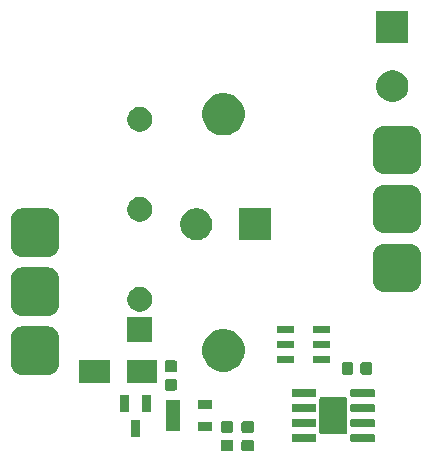
<source format=gbr>
G04 #@! TF.GenerationSoftware,KiCad,Pcbnew,5.1.4*
G04 #@! TF.CreationDate,2019-10-30T11:02:10-04:00*
G04 #@! TF.ProjectId,siot-node-relay,73696f74-2d6e-46f6-9465-2d72656c6179,rev?*
G04 #@! TF.SameCoordinates,Original*
G04 #@! TF.FileFunction,Soldermask,Top*
G04 #@! TF.FilePolarity,Negative*
%FSLAX46Y46*%
G04 Gerber Fmt 4.6, Leading zero omitted, Abs format (unit mm)*
G04 Created by KiCad (PCBNEW 5.1.4) date 2019-10-30 11:02:10*
%MOMM*%
%LPD*%
G04 APERTURE LIST*
%ADD10C,0.100000*%
G04 APERTURE END LIST*
D10*
G36*
X182879591Y-113053085D02*
G01*
X182913569Y-113063393D01*
X182944890Y-113080134D01*
X182972339Y-113102661D01*
X182994866Y-113130110D01*
X183011607Y-113161431D01*
X183021915Y-113195409D01*
X183026000Y-113236890D01*
X183026000Y-113838110D01*
X183021915Y-113879591D01*
X183011607Y-113913569D01*
X182994866Y-113944890D01*
X182972339Y-113972339D01*
X182944890Y-113994866D01*
X182913569Y-114011607D01*
X182879591Y-114021915D01*
X182838110Y-114026000D01*
X182161890Y-114026000D01*
X182120409Y-114021915D01*
X182086431Y-114011607D01*
X182055110Y-113994866D01*
X182027661Y-113972339D01*
X182005134Y-113944890D01*
X181988393Y-113913569D01*
X181978085Y-113879591D01*
X181974000Y-113838110D01*
X181974000Y-113236890D01*
X181978085Y-113195409D01*
X181988393Y-113161431D01*
X182005134Y-113130110D01*
X182027661Y-113102661D01*
X182055110Y-113080134D01*
X182086431Y-113063393D01*
X182120409Y-113053085D01*
X182161890Y-113049000D01*
X182838110Y-113049000D01*
X182879591Y-113053085D01*
X182879591Y-113053085D01*
G37*
G36*
X181129591Y-113053085D02*
G01*
X181163569Y-113063393D01*
X181194890Y-113080134D01*
X181222339Y-113102661D01*
X181244866Y-113130110D01*
X181261607Y-113161431D01*
X181271915Y-113195409D01*
X181276000Y-113236890D01*
X181276000Y-113838110D01*
X181271915Y-113879591D01*
X181261607Y-113913569D01*
X181244866Y-113944890D01*
X181222339Y-113972339D01*
X181194890Y-113994866D01*
X181163569Y-114011607D01*
X181129591Y-114021915D01*
X181088110Y-114026000D01*
X180411890Y-114026000D01*
X180370409Y-114021915D01*
X180336431Y-114011607D01*
X180305110Y-113994866D01*
X180277661Y-113972339D01*
X180255134Y-113944890D01*
X180238393Y-113913569D01*
X180228085Y-113879591D01*
X180224000Y-113838110D01*
X180224000Y-113236890D01*
X180228085Y-113195409D01*
X180238393Y-113161431D01*
X180255134Y-113130110D01*
X180277661Y-113102661D01*
X180305110Y-113080134D01*
X180336431Y-113063393D01*
X180370409Y-113053085D01*
X180411890Y-113049000D01*
X181088110Y-113049000D01*
X181129591Y-113053085D01*
X181129591Y-113053085D01*
G37*
G36*
X188209928Y-112556764D02*
G01*
X188231009Y-112563160D01*
X188250445Y-112573548D01*
X188267476Y-112587524D01*
X188281452Y-112604555D01*
X188291840Y-112623991D01*
X188298236Y-112645072D01*
X188301000Y-112673140D01*
X188301000Y-113136860D01*
X188298236Y-113164928D01*
X188291840Y-113186009D01*
X188281452Y-113205445D01*
X188267476Y-113222476D01*
X188250445Y-113236452D01*
X188231009Y-113246840D01*
X188209928Y-113253236D01*
X188181860Y-113256000D01*
X186368140Y-113256000D01*
X186340072Y-113253236D01*
X186318991Y-113246840D01*
X186299555Y-113236452D01*
X186282524Y-113222476D01*
X186268548Y-113205445D01*
X186258160Y-113186009D01*
X186251764Y-113164928D01*
X186249000Y-113136860D01*
X186249000Y-112673140D01*
X186251764Y-112645072D01*
X186258160Y-112623991D01*
X186268548Y-112604555D01*
X186282524Y-112587524D01*
X186299555Y-112573548D01*
X186318991Y-112563160D01*
X186340072Y-112556764D01*
X186368140Y-112554000D01*
X188181860Y-112554000D01*
X188209928Y-112556764D01*
X188209928Y-112556764D01*
G37*
G36*
X193159928Y-112556764D02*
G01*
X193181009Y-112563160D01*
X193200445Y-112573548D01*
X193217476Y-112587524D01*
X193231452Y-112604555D01*
X193241840Y-112623991D01*
X193248236Y-112645072D01*
X193251000Y-112673140D01*
X193251000Y-113136860D01*
X193248236Y-113164928D01*
X193241840Y-113186009D01*
X193231452Y-113205445D01*
X193217476Y-113222476D01*
X193200445Y-113236452D01*
X193181009Y-113246840D01*
X193159928Y-113253236D01*
X193131860Y-113256000D01*
X191318140Y-113256000D01*
X191290072Y-113253236D01*
X191268991Y-113246840D01*
X191249555Y-113236452D01*
X191232524Y-113222476D01*
X191218548Y-113205445D01*
X191208160Y-113186009D01*
X191201764Y-113164928D01*
X191199000Y-113136860D01*
X191199000Y-112673140D01*
X191201764Y-112645072D01*
X191208160Y-112623991D01*
X191218548Y-112604555D01*
X191232524Y-112587524D01*
X191249555Y-112573548D01*
X191268991Y-112563160D01*
X191290072Y-112556764D01*
X191318140Y-112554000D01*
X193131860Y-112554000D01*
X193159928Y-112556764D01*
X193159928Y-112556764D01*
G37*
G36*
X173370000Y-112770000D02*
G01*
X172630000Y-112770000D01*
X172630000Y-111330000D01*
X173370000Y-111330000D01*
X173370000Y-112770000D01*
X173370000Y-112770000D01*
G37*
G36*
X190814336Y-109452733D02*
G01*
X190844883Y-109461999D01*
X190873033Y-109477046D01*
X190897706Y-109497294D01*
X190917954Y-109521967D01*
X190933001Y-109550117D01*
X190942267Y-109580664D01*
X190946000Y-109618567D01*
X190946000Y-112381433D01*
X190942267Y-112419336D01*
X190933001Y-112449883D01*
X190917954Y-112478033D01*
X190897706Y-112502706D01*
X190873033Y-112522954D01*
X190844883Y-112538001D01*
X190814336Y-112547267D01*
X190776433Y-112551000D01*
X188723567Y-112551000D01*
X188685664Y-112547267D01*
X188655117Y-112538001D01*
X188626967Y-112522954D01*
X188602294Y-112502706D01*
X188582046Y-112478033D01*
X188566999Y-112449883D01*
X188557733Y-112419336D01*
X188554000Y-112381433D01*
X188554000Y-109618567D01*
X188557733Y-109580664D01*
X188566999Y-109550117D01*
X188582046Y-109521967D01*
X188602294Y-109497294D01*
X188626967Y-109477046D01*
X188655117Y-109461999D01*
X188685664Y-109452733D01*
X188723567Y-109449000D01*
X190776433Y-109449000D01*
X190814336Y-109452733D01*
X190814336Y-109452733D01*
G37*
G36*
X182879591Y-111478085D02*
G01*
X182913569Y-111488393D01*
X182944890Y-111505134D01*
X182972339Y-111527661D01*
X182994866Y-111555110D01*
X183011607Y-111586431D01*
X183021915Y-111620409D01*
X183026000Y-111661890D01*
X183026000Y-112263110D01*
X183021915Y-112304591D01*
X183011607Y-112338569D01*
X182994866Y-112369890D01*
X182972339Y-112397339D01*
X182944890Y-112419866D01*
X182913569Y-112436607D01*
X182879591Y-112446915D01*
X182838110Y-112451000D01*
X182161890Y-112451000D01*
X182120409Y-112446915D01*
X182086431Y-112436607D01*
X182055110Y-112419866D01*
X182027661Y-112397339D01*
X182005134Y-112369890D01*
X181988393Y-112338569D01*
X181978085Y-112304591D01*
X181974000Y-112263110D01*
X181974000Y-111661890D01*
X181978085Y-111620409D01*
X181988393Y-111586431D01*
X182005134Y-111555110D01*
X182027661Y-111527661D01*
X182055110Y-111505134D01*
X182086431Y-111488393D01*
X182120409Y-111478085D01*
X182161890Y-111474000D01*
X182838110Y-111474000D01*
X182879591Y-111478085D01*
X182879591Y-111478085D01*
G37*
G36*
X181129591Y-111478085D02*
G01*
X181163569Y-111488393D01*
X181194890Y-111505134D01*
X181222339Y-111527661D01*
X181244866Y-111555110D01*
X181261607Y-111586431D01*
X181271915Y-111620409D01*
X181276000Y-111661890D01*
X181276000Y-112263110D01*
X181271915Y-112304591D01*
X181261607Y-112338569D01*
X181244866Y-112369890D01*
X181222339Y-112397339D01*
X181194890Y-112419866D01*
X181163569Y-112436607D01*
X181129591Y-112446915D01*
X181088110Y-112451000D01*
X180411890Y-112451000D01*
X180370409Y-112446915D01*
X180336431Y-112436607D01*
X180305110Y-112419866D01*
X180277661Y-112397339D01*
X180255134Y-112369890D01*
X180238393Y-112338569D01*
X180228085Y-112304591D01*
X180224000Y-112263110D01*
X180224000Y-111661890D01*
X180228085Y-111620409D01*
X180238393Y-111586431D01*
X180255134Y-111555110D01*
X180277661Y-111527661D01*
X180305110Y-111505134D01*
X180336431Y-111488393D01*
X180370409Y-111478085D01*
X180411890Y-111474000D01*
X181088110Y-111474000D01*
X181129591Y-111478085D01*
X181129591Y-111478085D01*
G37*
G36*
X179445000Y-112320000D02*
G01*
X178255000Y-112320000D01*
X178255000Y-111580000D01*
X179445000Y-111580000D01*
X179445000Y-112320000D01*
X179445000Y-112320000D01*
G37*
G36*
X176745000Y-112320000D02*
G01*
X175555000Y-112320000D01*
X175555000Y-109680000D01*
X176745000Y-109680000D01*
X176745000Y-112320000D01*
X176745000Y-112320000D01*
G37*
G36*
X193159928Y-111286764D02*
G01*
X193181009Y-111293160D01*
X193200445Y-111303548D01*
X193217476Y-111317524D01*
X193231452Y-111334555D01*
X193241840Y-111353991D01*
X193248236Y-111375072D01*
X193251000Y-111403140D01*
X193251000Y-111866860D01*
X193248236Y-111894928D01*
X193241840Y-111916009D01*
X193231452Y-111935445D01*
X193217476Y-111952476D01*
X193200445Y-111966452D01*
X193181009Y-111976840D01*
X193159928Y-111983236D01*
X193131860Y-111986000D01*
X191318140Y-111986000D01*
X191290072Y-111983236D01*
X191268991Y-111976840D01*
X191249555Y-111966452D01*
X191232524Y-111952476D01*
X191218548Y-111935445D01*
X191208160Y-111916009D01*
X191201764Y-111894928D01*
X191199000Y-111866860D01*
X191199000Y-111403140D01*
X191201764Y-111375072D01*
X191208160Y-111353991D01*
X191218548Y-111334555D01*
X191232524Y-111317524D01*
X191249555Y-111303548D01*
X191268991Y-111293160D01*
X191290072Y-111286764D01*
X191318140Y-111284000D01*
X193131860Y-111284000D01*
X193159928Y-111286764D01*
X193159928Y-111286764D01*
G37*
G36*
X188209928Y-111286764D02*
G01*
X188231009Y-111293160D01*
X188250445Y-111303548D01*
X188267476Y-111317524D01*
X188281452Y-111334555D01*
X188291840Y-111353991D01*
X188298236Y-111375072D01*
X188301000Y-111403140D01*
X188301000Y-111866860D01*
X188298236Y-111894928D01*
X188291840Y-111916009D01*
X188281452Y-111935445D01*
X188267476Y-111952476D01*
X188250445Y-111966452D01*
X188231009Y-111976840D01*
X188209928Y-111983236D01*
X188181860Y-111986000D01*
X186368140Y-111986000D01*
X186340072Y-111983236D01*
X186318991Y-111976840D01*
X186299555Y-111966452D01*
X186282524Y-111952476D01*
X186268548Y-111935445D01*
X186258160Y-111916009D01*
X186251764Y-111894928D01*
X186249000Y-111866860D01*
X186249000Y-111403140D01*
X186251764Y-111375072D01*
X186258160Y-111353991D01*
X186268548Y-111334555D01*
X186282524Y-111317524D01*
X186299555Y-111303548D01*
X186318991Y-111293160D01*
X186340072Y-111286764D01*
X186368140Y-111284000D01*
X188181860Y-111284000D01*
X188209928Y-111286764D01*
X188209928Y-111286764D01*
G37*
G36*
X193159928Y-110016764D02*
G01*
X193181009Y-110023160D01*
X193200445Y-110033548D01*
X193217476Y-110047524D01*
X193231452Y-110064555D01*
X193241840Y-110083991D01*
X193248236Y-110105072D01*
X193251000Y-110133140D01*
X193251000Y-110596860D01*
X193248236Y-110624928D01*
X193241840Y-110646009D01*
X193231452Y-110665445D01*
X193217476Y-110682476D01*
X193200445Y-110696452D01*
X193181009Y-110706840D01*
X193159928Y-110713236D01*
X193131860Y-110716000D01*
X191318140Y-110716000D01*
X191290072Y-110713236D01*
X191268991Y-110706840D01*
X191249555Y-110696452D01*
X191232524Y-110682476D01*
X191218548Y-110665445D01*
X191208160Y-110646009D01*
X191201764Y-110624928D01*
X191199000Y-110596860D01*
X191199000Y-110133140D01*
X191201764Y-110105072D01*
X191208160Y-110083991D01*
X191218548Y-110064555D01*
X191232524Y-110047524D01*
X191249555Y-110033548D01*
X191268991Y-110023160D01*
X191290072Y-110016764D01*
X191318140Y-110014000D01*
X193131860Y-110014000D01*
X193159928Y-110016764D01*
X193159928Y-110016764D01*
G37*
G36*
X188209928Y-110016764D02*
G01*
X188231009Y-110023160D01*
X188250445Y-110033548D01*
X188267476Y-110047524D01*
X188281452Y-110064555D01*
X188291840Y-110083991D01*
X188298236Y-110105072D01*
X188301000Y-110133140D01*
X188301000Y-110596860D01*
X188298236Y-110624928D01*
X188291840Y-110646009D01*
X188281452Y-110665445D01*
X188267476Y-110682476D01*
X188250445Y-110696452D01*
X188231009Y-110706840D01*
X188209928Y-110713236D01*
X188181860Y-110716000D01*
X186368140Y-110716000D01*
X186340072Y-110713236D01*
X186318991Y-110706840D01*
X186299555Y-110696452D01*
X186282524Y-110682476D01*
X186268548Y-110665445D01*
X186258160Y-110646009D01*
X186251764Y-110624928D01*
X186249000Y-110596860D01*
X186249000Y-110133140D01*
X186251764Y-110105072D01*
X186258160Y-110083991D01*
X186268548Y-110064555D01*
X186282524Y-110047524D01*
X186299555Y-110033548D01*
X186318991Y-110023160D01*
X186340072Y-110016764D01*
X186368140Y-110014000D01*
X188181860Y-110014000D01*
X188209928Y-110016764D01*
X188209928Y-110016764D01*
G37*
G36*
X172420000Y-110670000D02*
G01*
X171680000Y-110670000D01*
X171680000Y-109230000D01*
X172420000Y-109230000D01*
X172420000Y-110670000D01*
X172420000Y-110670000D01*
G37*
G36*
X174320000Y-110670000D02*
G01*
X173580000Y-110670000D01*
X173580000Y-109230000D01*
X174320000Y-109230000D01*
X174320000Y-110670000D01*
X174320000Y-110670000D01*
G37*
G36*
X179445000Y-110420000D02*
G01*
X178255000Y-110420000D01*
X178255000Y-109680000D01*
X179445000Y-109680000D01*
X179445000Y-110420000D01*
X179445000Y-110420000D01*
G37*
G36*
X188209928Y-108746764D02*
G01*
X188231009Y-108753160D01*
X188250445Y-108763548D01*
X188267476Y-108777524D01*
X188281452Y-108794555D01*
X188291840Y-108813991D01*
X188298236Y-108835072D01*
X188301000Y-108863140D01*
X188301000Y-109326860D01*
X188298236Y-109354928D01*
X188291840Y-109376009D01*
X188281452Y-109395445D01*
X188267476Y-109412476D01*
X188250445Y-109426452D01*
X188231009Y-109436840D01*
X188209928Y-109443236D01*
X188181860Y-109446000D01*
X186368140Y-109446000D01*
X186340072Y-109443236D01*
X186318991Y-109436840D01*
X186299555Y-109426452D01*
X186282524Y-109412476D01*
X186268548Y-109395445D01*
X186258160Y-109376009D01*
X186251764Y-109354928D01*
X186249000Y-109326860D01*
X186249000Y-108863140D01*
X186251764Y-108835072D01*
X186258160Y-108813991D01*
X186268548Y-108794555D01*
X186282524Y-108777524D01*
X186299555Y-108763548D01*
X186318991Y-108753160D01*
X186340072Y-108746764D01*
X186368140Y-108744000D01*
X188181860Y-108744000D01*
X188209928Y-108746764D01*
X188209928Y-108746764D01*
G37*
G36*
X193159928Y-108746764D02*
G01*
X193181009Y-108753160D01*
X193200445Y-108763548D01*
X193217476Y-108777524D01*
X193231452Y-108794555D01*
X193241840Y-108813991D01*
X193248236Y-108835072D01*
X193251000Y-108863140D01*
X193251000Y-109326860D01*
X193248236Y-109354928D01*
X193241840Y-109376009D01*
X193231452Y-109395445D01*
X193217476Y-109412476D01*
X193200445Y-109426452D01*
X193181009Y-109436840D01*
X193159928Y-109443236D01*
X193131860Y-109446000D01*
X191318140Y-109446000D01*
X191290072Y-109443236D01*
X191268991Y-109436840D01*
X191249555Y-109426452D01*
X191232524Y-109412476D01*
X191218548Y-109395445D01*
X191208160Y-109376009D01*
X191201764Y-109354928D01*
X191199000Y-109326860D01*
X191199000Y-108863140D01*
X191201764Y-108835072D01*
X191208160Y-108813991D01*
X191218548Y-108794555D01*
X191232524Y-108777524D01*
X191249555Y-108763548D01*
X191268991Y-108753160D01*
X191290072Y-108746764D01*
X191318140Y-108744000D01*
X193131860Y-108744000D01*
X193159928Y-108746764D01*
X193159928Y-108746764D01*
G37*
G36*
X176379591Y-107903085D02*
G01*
X176413569Y-107913393D01*
X176444890Y-107930134D01*
X176472339Y-107952661D01*
X176494866Y-107980110D01*
X176511607Y-108011431D01*
X176521915Y-108045409D01*
X176526000Y-108086890D01*
X176526000Y-108688110D01*
X176521915Y-108729591D01*
X176511607Y-108763569D01*
X176494866Y-108794890D01*
X176472339Y-108822339D01*
X176444890Y-108844866D01*
X176413569Y-108861607D01*
X176379591Y-108871915D01*
X176338110Y-108876000D01*
X175661890Y-108876000D01*
X175620409Y-108871915D01*
X175586431Y-108861607D01*
X175555110Y-108844866D01*
X175527661Y-108822339D01*
X175505134Y-108794890D01*
X175488393Y-108763569D01*
X175478085Y-108729591D01*
X175474000Y-108688110D01*
X175474000Y-108086890D01*
X175478085Y-108045409D01*
X175488393Y-108011431D01*
X175505134Y-107980110D01*
X175527661Y-107952661D01*
X175555110Y-107930134D01*
X175586431Y-107913393D01*
X175620409Y-107903085D01*
X175661890Y-107899000D01*
X176338110Y-107899000D01*
X176379591Y-107903085D01*
X176379591Y-107903085D01*
G37*
G36*
X174851000Y-108201000D02*
G01*
X172249000Y-108201000D01*
X172249000Y-106299000D01*
X174851000Y-106299000D01*
X174851000Y-108201000D01*
X174851000Y-108201000D01*
G37*
G36*
X170851000Y-108201000D02*
G01*
X168249000Y-108201000D01*
X168249000Y-106299000D01*
X170851000Y-106299000D01*
X170851000Y-108201000D01*
X170851000Y-108201000D01*
G37*
G36*
X165775752Y-103468097D02*
G01*
X165956295Y-103522864D01*
X166122677Y-103611797D01*
X166268516Y-103731484D01*
X166388203Y-103877323D01*
X166477136Y-104043705D01*
X166531903Y-104224248D01*
X166551000Y-104418140D01*
X166551000Y-106581860D01*
X166531903Y-106775752D01*
X166477136Y-106956295D01*
X166388203Y-107122677D01*
X166268516Y-107268516D01*
X166122677Y-107388203D01*
X165956295Y-107477136D01*
X165775752Y-107531903D01*
X165581860Y-107551000D01*
X163418140Y-107551000D01*
X163224248Y-107531903D01*
X163043705Y-107477136D01*
X162877323Y-107388203D01*
X162731484Y-107268516D01*
X162611797Y-107122677D01*
X162522864Y-106956295D01*
X162468097Y-106775752D01*
X162449000Y-106581860D01*
X162449000Y-104418140D01*
X162468097Y-104224248D01*
X162522864Y-104043705D01*
X162611797Y-103877323D01*
X162731484Y-103731484D01*
X162877323Y-103611797D01*
X163043705Y-103522864D01*
X163224248Y-103468097D01*
X163418140Y-103449000D01*
X165581860Y-103449000D01*
X165775752Y-103468097D01*
X165775752Y-103468097D01*
G37*
G36*
X191304591Y-106478085D02*
G01*
X191338569Y-106488393D01*
X191369890Y-106505134D01*
X191397339Y-106527661D01*
X191419866Y-106555110D01*
X191436607Y-106586431D01*
X191446915Y-106620409D01*
X191451000Y-106661890D01*
X191451000Y-107338110D01*
X191446915Y-107379591D01*
X191436607Y-107413569D01*
X191419866Y-107444890D01*
X191397339Y-107472339D01*
X191369890Y-107494866D01*
X191338569Y-107511607D01*
X191304591Y-107521915D01*
X191263110Y-107526000D01*
X190661890Y-107526000D01*
X190620409Y-107521915D01*
X190586431Y-107511607D01*
X190555110Y-107494866D01*
X190527661Y-107472339D01*
X190505134Y-107444890D01*
X190488393Y-107413569D01*
X190478085Y-107379591D01*
X190474000Y-107338110D01*
X190474000Y-106661890D01*
X190478085Y-106620409D01*
X190488393Y-106586431D01*
X190505134Y-106555110D01*
X190527661Y-106527661D01*
X190555110Y-106505134D01*
X190586431Y-106488393D01*
X190620409Y-106478085D01*
X190661890Y-106474000D01*
X191263110Y-106474000D01*
X191304591Y-106478085D01*
X191304591Y-106478085D01*
G37*
G36*
X192879591Y-106478085D02*
G01*
X192913569Y-106488393D01*
X192944890Y-106505134D01*
X192972339Y-106527661D01*
X192994866Y-106555110D01*
X193011607Y-106586431D01*
X193021915Y-106620409D01*
X193026000Y-106661890D01*
X193026000Y-107338110D01*
X193021915Y-107379591D01*
X193011607Y-107413569D01*
X192994866Y-107444890D01*
X192972339Y-107472339D01*
X192944890Y-107494866D01*
X192913569Y-107511607D01*
X192879591Y-107521915D01*
X192838110Y-107526000D01*
X192236890Y-107526000D01*
X192195409Y-107521915D01*
X192161431Y-107511607D01*
X192130110Y-107494866D01*
X192102661Y-107472339D01*
X192080134Y-107444890D01*
X192063393Y-107413569D01*
X192053085Y-107379591D01*
X192049000Y-107338110D01*
X192049000Y-106661890D01*
X192053085Y-106620409D01*
X192063393Y-106586431D01*
X192080134Y-106555110D01*
X192102661Y-106527661D01*
X192130110Y-106505134D01*
X192161431Y-106488393D01*
X192195409Y-106478085D01*
X192236890Y-106474000D01*
X192838110Y-106474000D01*
X192879591Y-106478085D01*
X192879591Y-106478085D01*
G37*
G36*
X176379591Y-106328085D02*
G01*
X176413569Y-106338393D01*
X176444890Y-106355134D01*
X176472339Y-106377661D01*
X176494866Y-106405110D01*
X176511607Y-106436431D01*
X176521915Y-106470409D01*
X176526000Y-106511890D01*
X176526000Y-107113110D01*
X176521915Y-107154591D01*
X176511607Y-107188569D01*
X176494866Y-107219890D01*
X176472339Y-107247339D01*
X176444890Y-107269866D01*
X176413569Y-107286607D01*
X176379591Y-107296915D01*
X176338110Y-107301000D01*
X175661890Y-107301000D01*
X175620409Y-107296915D01*
X175586431Y-107286607D01*
X175555110Y-107269866D01*
X175527661Y-107247339D01*
X175505134Y-107219890D01*
X175488393Y-107188569D01*
X175478085Y-107154591D01*
X175474000Y-107113110D01*
X175474000Y-106511890D01*
X175478085Y-106470409D01*
X175488393Y-106436431D01*
X175505134Y-106405110D01*
X175527661Y-106377661D01*
X175555110Y-106355134D01*
X175586431Y-106338393D01*
X175620409Y-106328085D01*
X175661890Y-106324000D01*
X176338110Y-106324000D01*
X176379591Y-106328085D01*
X176379591Y-106328085D01*
G37*
G36*
X180965331Y-103738211D02*
G01*
X181293092Y-103873974D01*
X181588070Y-104071072D01*
X181838928Y-104321930D01*
X182036026Y-104616908D01*
X182171789Y-104944669D01*
X182241000Y-105292616D01*
X182241000Y-105647384D01*
X182171789Y-105995331D01*
X182036026Y-106323092D01*
X181838928Y-106618070D01*
X181588070Y-106868928D01*
X181293092Y-107066026D01*
X180965331Y-107201789D01*
X180617384Y-107271000D01*
X180262616Y-107271000D01*
X179914669Y-107201789D01*
X179586908Y-107066026D01*
X179291930Y-106868928D01*
X179041072Y-106618070D01*
X178843974Y-106323092D01*
X178708211Y-105995331D01*
X178639000Y-105647384D01*
X178639000Y-105292616D01*
X178708211Y-104944669D01*
X178843974Y-104616908D01*
X179041072Y-104321930D01*
X179291930Y-104071072D01*
X179586908Y-103873974D01*
X179914669Y-103738211D01*
X180262616Y-103669000D01*
X180617384Y-103669000D01*
X180965331Y-103738211D01*
X180965331Y-103738211D01*
G37*
G36*
X189491000Y-106586000D02*
G01*
X188059000Y-106586000D01*
X188059000Y-105954000D01*
X189491000Y-105954000D01*
X189491000Y-106586000D01*
X189491000Y-106586000D01*
G37*
G36*
X186441000Y-106586000D02*
G01*
X185009000Y-106586000D01*
X185009000Y-105954000D01*
X186441000Y-105954000D01*
X186441000Y-106586000D01*
X186441000Y-106586000D01*
G37*
G36*
X189491000Y-105316000D02*
G01*
X188059000Y-105316000D01*
X188059000Y-104684000D01*
X189491000Y-104684000D01*
X189491000Y-105316000D01*
X189491000Y-105316000D01*
G37*
G36*
X186441000Y-105316000D02*
G01*
X185009000Y-105316000D01*
X185009000Y-104684000D01*
X186441000Y-104684000D01*
X186441000Y-105316000D01*
X186441000Y-105316000D01*
G37*
G36*
X174401000Y-104751000D02*
G01*
X172299000Y-104751000D01*
X172299000Y-102649000D01*
X174401000Y-102649000D01*
X174401000Y-104751000D01*
X174401000Y-104751000D01*
G37*
G36*
X186441000Y-104046000D02*
G01*
X185009000Y-104046000D01*
X185009000Y-103414000D01*
X186441000Y-103414000D01*
X186441000Y-104046000D01*
X186441000Y-104046000D01*
G37*
G36*
X189491000Y-104046000D02*
G01*
X188059000Y-104046000D01*
X188059000Y-103414000D01*
X189491000Y-103414000D01*
X189491000Y-104046000D01*
X189491000Y-104046000D01*
G37*
G36*
X165775752Y-98468097D02*
G01*
X165956295Y-98522864D01*
X166122677Y-98611797D01*
X166268516Y-98731484D01*
X166388203Y-98877323D01*
X166477136Y-99043705D01*
X166531903Y-99224248D01*
X166551000Y-99418140D01*
X166551000Y-101581860D01*
X166531903Y-101775752D01*
X166477136Y-101956295D01*
X166388203Y-102122677D01*
X166268516Y-102268516D01*
X166122677Y-102388203D01*
X165956295Y-102477136D01*
X165775752Y-102531903D01*
X165581860Y-102551000D01*
X163418140Y-102551000D01*
X163224248Y-102531903D01*
X163043705Y-102477136D01*
X162877323Y-102388203D01*
X162731484Y-102268516D01*
X162611797Y-102122677D01*
X162522864Y-101956295D01*
X162468097Y-101775752D01*
X162449000Y-101581860D01*
X162449000Y-99418140D01*
X162468097Y-99224248D01*
X162522864Y-99043705D01*
X162611797Y-98877323D01*
X162731484Y-98731484D01*
X162877323Y-98611797D01*
X163043705Y-98522864D01*
X163224248Y-98468097D01*
X163418140Y-98449000D01*
X165581860Y-98449000D01*
X165775752Y-98468097D01*
X165775752Y-98468097D01*
G37*
G36*
X173656564Y-100149389D02*
G01*
X173847833Y-100228615D01*
X173847835Y-100228616D01*
X174019973Y-100343635D01*
X174166365Y-100490027D01*
X174281385Y-100662167D01*
X174360611Y-100853436D01*
X174401000Y-101056484D01*
X174401000Y-101263516D01*
X174360611Y-101466564D01*
X174336199Y-101525500D01*
X174281384Y-101657835D01*
X174166365Y-101829973D01*
X174019973Y-101976365D01*
X173847835Y-102091384D01*
X173847834Y-102091385D01*
X173847833Y-102091385D01*
X173656564Y-102170611D01*
X173453516Y-102211000D01*
X173246484Y-102211000D01*
X173043436Y-102170611D01*
X172852167Y-102091385D01*
X172852166Y-102091385D01*
X172852165Y-102091384D01*
X172680027Y-101976365D01*
X172533635Y-101829973D01*
X172418616Y-101657835D01*
X172363801Y-101525500D01*
X172339389Y-101466564D01*
X172299000Y-101263516D01*
X172299000Y-101056484D01*
X172339389Y-100853436D01*
X172418615Y-100662167D01*
X172533635Y-100490027D01*
X172680027Y-100343635D01*
X172852165Y-100228616D01*
X172852167Y-100228615D01*
X173043436Y-100149389D01*
X173246484Y-100109000D01*
X173453516Y-100109000D01*
X173656564Y-100149389D01*
X173656564Y-100149389D01*
G37*
G36*
X196425752Y-96468097D02*
G01*
X196606295Y-96522864D01*
X196772677Y-96611797D01*
X196918516Y-96731484D01*
X197038203Y-96877323D01*
X197127136Y-97043705D01*
X197181903Y-97224248D01*
X197201000Y-97418140D01*
X197201000Y-99581860D01*
X197181903Y-99775752D01*
X197127136Y-99956295D01*
X197038203Y-100122677D01*
X196918516Y-100268516D01*
X196772677Y-100388203D01*
X196606295Y-100477136D01*
X196425752Y-100531903D01*
X196231860Y-100551000D01*
X194068140Y-100551000D01*
X193874248Y-100531903D01*
X193693705Y-100477136D01*
X193527323Y-100388203D01*
X193381484Y-100268516D01*
X193261797Y-100122677D01*
X193172864Y-99956295D01*
X193118097Y-99775752D01*
X193099000Y-99581860D01*
X193099000Y-97418140D01*
X193118097Y-97224248D01*
X193172864Y-97043705D01*
X193261797Y-96877323D01*
X193381484Y-96731484D01*
X193527323Y-96611797D01*
X193693705Y-96522864D01*
X193874248Y-96468097D01*
X194068140Y-96449000D01*
X196231860Y-96449000D01*
X196425752Y-96468097D01*
X196425752Y-96468097D01*
G37*
G36*
X165775752Y-93468097D02*
G01*
X165956295Y-93522864D01*
X166122677Y-93611797D01*
X166268516Y-93731484D01*
X166388203Y-93877323D01*
X166477136Y-94043705D01*
X166531903Y-94224248D01*
X166551000Y-94418140D01*
X166551000Y-96581860D01*
X166531903Y-96775752D01*
X166477136Y-96956295D01*
X166388203Y-97122677D01*
X166268516Y-97268516D01*
X166122677Y-97388203D01*
X165956295Y-97477136D01*
X165775752Y-97531903D01*
X165581860Y-97551000D01*
X163418140Y-97551000D01*
X163224248Y-97531903D01*
X163043705Y-97477136D01*
X162877323Y-97388203D01*
X162731484Y-97268516D01*
X162611797Y-97122677D01*
X162522864Y-96956295D01*
X162468097Y-96775752D01*
X162449000Y-96581860D01*
X162449000Y-94418140D01*
X162468097Y-94224248D01*
X162522864Y-94043705D01*
X162611797Y-93877323D01*
X162731484Y-93731484D01*
X162877323Y-93611797D01*
X163043705Y-93522864D01*
X163224248Y-93468097D01*
X163418140Y-93449000D01*
X165581860Y-93449000D01*
X165775752Y-93468097D01*
X165775752Y-93468097D01*
G37*
G36*
X178544072Y-93500918D02*
G01*
X178607190Y-93527062D01*
X178789939Y-93602759D01*
X178901328Y-93677187D01*
X179011211Y-93750609D01*
X179199391Y-93938789D01*
X179347242Y-94160063D01*
X179449082Y-94405928D01*
X179501000Y-94666937D01*
X179501000Y-94933063D01*
X179463283Y-95122677D01*
X179449082Y-95194072D01*
X179347241Y-95439939D01*
X179199390Y-95661212D01*
X179011212Y-95849390D01*
X178789939Y-95997241D01*
X178789938Y-95997242D01*
X178789937Y-95997242D01*
X178544072Y-96099082D01*
X178283063Y-96151000D01*
X178016937Y-96151000D01*
X177755928Y-96099082D01*
X177510063Y-95997242D01*
X177510062Y-95997242D01*
X177510061Y-95997241D01*
X177288788Y-95849390D01*
X177100610Y-95661212D01*
X176952759Y-95439939D01*
X176850918Y-95194072D01*
X176836717Y-95122677D01*
X176799000Y-94933063D01*
X176799000Y-94666937D01*
X176850918Y-94405928D01*
X176952758Y-94160063D01*
X177100609Y-93938789D01*
X177288789Y-93750609D01*
X177398672Y-93677187D01*
X177510061Y-93602759D01*
X177692811Y-93527062D01*
X177755928Y-93500918D01*
X178016937Y-93449000D01*
X178283063Y-93449000D01*
X178544072Y-93500918D01*
X178544072Y-93500918D01*
G37*
G36*
X184501000Y-96151000D02*
G01*
X181799000Y-96151000D01*
X181799000Y-93449000D01*
X184501000Y-93449000D01*
X184501000Y-96151000D01*
X184501000Y-96151000D01*
G37*
G36*
X196425752Y-91468097D02*
G01*
X196606295Y-91522864D01*
X196772677Y-91611797D01*
X196918516Y-91731484D01*
X197038203Y-91877323D01*
X197127136Y-92043705D01*
X197181903Y-92224248D01*
X197201000Y-92418140D01*
X197201000Y-94581860D01*
X197181903Y-94775752D01*
X197127136Y-94956295D01*
X197038203Y-95122677D01*
X196918516Y-95268516D01*
X196772677Y-95388203D01*
X196606295Y-95477136D01*
X196425752Y-95531903D01*
X196231860Y-95551000D01*
X194068140Y-95551000D01*
X193874248Y-95531903D01*
X193693705Y-95477136D01*
X193527323Y-95388203D01*
X193381484Y-95268516D01*
X193261797Y-95122677D01*
X193172864Y-94956295D01*
X193118097Y-94775752D01*
X193099000Y-94581860D01*
X193099000Y-92418140D01*
X193118097Y-92224248D01*
X193172864Y-92043705D01*
X193261797Y-91877323D01*
X193381484Y-91731484D01*
X193527323Y-91611797D01*
X193693705Y-91522864D01*
X193874248Y-91468097D01*
X194068140Y-91449000D01*
X196231860Y-91449000D01*
X196425752Y-91468097D01*
X196425752Y-91468097D01*
G37*
G36*
X173656564Y-92529389D02*
G01*
X173847833Y-92608615D01*
X173847835Y-92608616D01*
X174019973Y-92723635D01*
X174166365Y-92870027D01*
X174281385Y-93042167D01*
X174360611Y-93233436D01*
X174401000Y-93436484D01*
X174401000Y-93643516D01*
X174360611Y-93846564D01*
X174322410Y-93938789D01*
X174281384Y-94037835D01*
X174166365Y-94209973D01*
X174019973Y-94356365D01*
X173847835Y-94471384D01*
X173847834Y-94471385D01*
X173847833Y-94471385D01*
X173656564Y-94550611D01*
X173453516Y-94591000D01*
X173246484Y-94591000D01*
X173043436Y-94550611D01*
X172852167Y-94471385D01*
X172852166Y-94471385D01*
X172852165Y-94471384D01*
X172680027Y-94356365D01*
X172533635Y-94209973D01*
X172418616Y-94037835D01*
X172377590Y-93938789D01*
X172339389Y-93846564D01*
X172299000Y-93643516D01*
X172299000Y-93436484D01*
X172339389Y-93233436D01*
X172418615Y-93042167D01*
X172533635Y-92870027D01*
X172680027Y-92723635D01*
X172852165Y-92608616D01*
X172852167Y-92608615D01*
X173043436Y-92529389D01*
X173246484Y-92489000D01*
X173453516Y-92489000D01*
X173656564Y-92529389D01*
X173656564Y-92529389D01*
G37*
G36*
X196425752Y-86468097D02*
G01*
X196606295Y-86522864D01*
X196772677Y-86611797D01*
X196918516Y-86731484D01*
X197038203Y-86877323D01*
X197127136Y-87043705D01*
X197181903Y-87224248D01*
X197201000Y-87418140D01*
X197201000Y-89581860D01*
X197181903Y-89775752D01*
X197127136Y-89956295D01*
X197038203Y-90122677D01*
X196918516Y-90268516D01*
X196772677Y-90388203D01*
X196606295Y-90477136D01*
X196425752Y-90531903D01*
X196231860Y-90551000D01*
X194068140Y-90551000D01*
X193874248Y-90531903D01*
X193693705Y-90477136D01*
X193527323Y-90388203D01*
X193381484Y-90268516D01*
X193261797Y-90122677D01*
X193172864Y-89956295D01*
X193118097Y-89775752D01*
X193099000Y-89581860D01*
X193099000Y-87418140D01*
X193118097Y-87224248D01*
X193172864Y-87043705D01*
X193261797Y-86877323D01*
X193381484Y-86731484D01*
X193527323Y-86611797D01*
X193693705Y-86522864D01*
X193874248Y-86468097D01*
X194068140Y-86449000D01*
X196231860Y-86449000D01*
X196425752Y-86468097D01*
X196425752Y-86468097D01*
G37*
G36*
X180965331Y-83738211D02*
G01*
X181293092Y-83873974D01*
X181588070Y-84071072D01*
X181838928Y-84321930D01*
X182036026Y-84616908D01*
X182171789Y-84944669D01*
X182241000Y-85292616D01*
X182241000Y-85647384D01*
X182171789Y-85995331D01*
X182036026Y-86323092D01*
X181838928Y-86618070D01*
X181588070Y-86868928D01*
X181293092Y-87066026D01*
X180965331Y-87201789D01*
X180617384Y-87271000D01*
X180262616Y-87271000D01*
X179914669Y-87201789D01*
X179586908Y-87066026D01*
X179291930Y-86868928D01*
X179041072Y-86618070D01*
X178843974Y-86323092D01*
X178708211Y-85995331D01*
X178639000Y-85647384D01*
X178639000Y-85292616D01*
X178708211Y-84944669D01*
X178843974Y-84616908D01*
X179041072Y-84321930D01*
X179291930Y-84071072D01*
X179586908Y-83873974D01*
X179914669Y-83738211D01*
X180262616Y-83669000D01*
X180617384Y-83669000D01*
X180965331Y-83738211D01*
X180965331Y-83738211D01*
G37*
G36*
X173656564Y-84909389D02*
G01*
X173847833Y-84988615D01*
X173847835Y-84988616D01*
X174019973Y-85103635D01*
X174166365Y-85250027D01*
X174281385Y-85422167D01*
X174360611Y-85613436D01*
X174401000Y-85816484D01*
X174401000Y-86023516D01*
X174360611Y-86226564D01*
X174320628Y-86323092D01*
X174281384Y-86417835D01*
X174166365Y-86589973D01*
X174019973Y-86736365D01*
X173847835Y-86851384D01*
X173847834Y-86851385D01*
X173847833Y-86851385D01*
X173656564Y-86930611D01*
X173453516Y-86971000D01*
X173246484Y-86971000D01*
X173043436Y-86930611D01*
X172852167Y-86851385D01*
X172852166Y-86851385D01*
X172852165Y-86851384D01*
X172680027Y-86736365D01*
X172533635Y-86589973D01*
X172418616Y-86417835D01*
X172379372Y-86323092D01*
X172339389Y-86226564D01*
X172299000Y-86023516D01*
X172299000Y-85816484D01*
X172339389Y-85613436D01*
X172418615Y-85422167D01*
X172533635Y-85250027D01*
X172680027Y-85103635D01*
X172852165Y-84988616D01*
X172852167Y-84988615D01*
X173043436Y-84909389D01*
X173246484Y-84869000D01*
X173453516Y-84869000D01*
X173656564Y-84909389D01*
X173656564Y-84909389D01*
G37*
G36*
X195144072Y-81800918D02*
G01*
X195389939Y-81902759D01*
X195501328Y-81977187D01*
X195611211Y-82050609D01*
X195799391Y-82238789D01*
X195947242Y-82460063D01*
X196049082Y-82705928D01*
X196101000Y-82966937D01*
X196101000Y-83233063D01*
X196049082Y-83494072D01*
X195947957Y-83738212D01*
X195947241Y-83739939D01*
X195799390Y-83961212D01*
X195611212Y-84149390D01*
X195389939Y-84297241D01*
X195389938Y-84297242D01*
X195389937Y-84297242D01*
X195144072Y-84399082D01*
X194883063Y-84451000D01*
X194616937Y-84451000D01*
X194355928Y-84399082D01*
X194110063Y-84297242D01*
X194110062Y-84297242D01*
X194110061Y-84297241D01*
X193888788Y-84149390D01*
X193700610Y-83961212D01*
X193552759Y-83739939D01*
X193552044Y-83738212D01*
X193450918Y-83494072D01*
X193399000Y-83233063D01*
X193399000Y-82966937D01*
X193450918Y-82705928D01*
X193552758Y-82460063D01*
X193700609Y-82238789D01*
X193888789Y-82050609D01*
X193998672Y-81977187D01*
X194110061Y-81902759D01*
X194355928Y-81800918D01*
X194616937Y-81749000D01*
X194883063Y-81749000D01*
X195144072Y-81800918D01*
X195144072Y-81800918D01*
G37*
G36*
X196101000Y-79451000D02*
G01*
X193399000Y-79451000D01*
X193399000Y-76749000D01*
X196101000Y-76749000D01*
X196101000Y-79451000D01*
X196101000Y-79451000D01*
G37*
M02*

</source>
